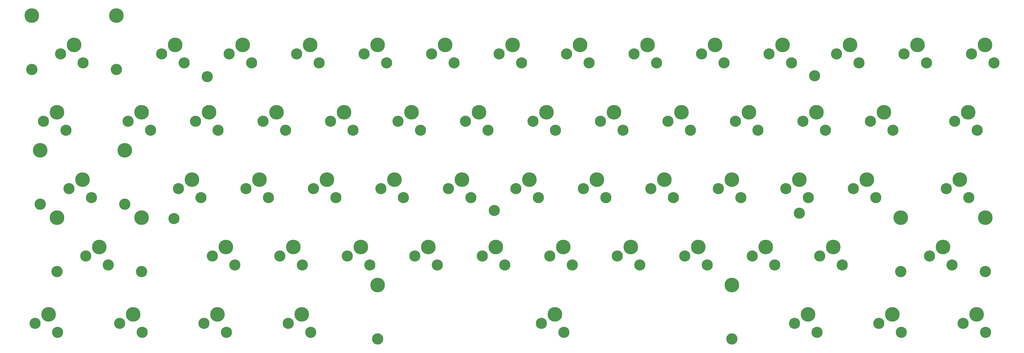
<source format=gbs>
G04*
G04 #@! TF.GenerationSoftware,Altium Limited,Altium Designer,23.0.1 (38)*
G04*
G04 Layer_Color=16711935*
%FSLAX25Y25*%
%MOIN*%
G70*
G04*
G04 #@! TF.SameCoordinates,560F75CD-5D0D-4716-802F-AEFEC42C6793*
G04*
G04*
G04 #@! TF.FilePolarity,Negative*
G04*
G01*
G75*
%ADD30C,0.16291*%
%ADD31C,0.12402*%
%ADD32C,0.12591*%
D30*
X234380Y37503D02*
D03*
X140628D02*
D03*
X768753Y112503D02*
D03*
X1087502Y337503D02*
D03*
X1012503D02*
D03*
X937503D02*
D03*
X862503D02*
D03*
X787503D02*
D03*
X712505D02*
D03*
X637506D02*
D03*
X562502D02*
D03*
X487502D02*
D03*
X412502D02*
D03*
X337502D02*
D03*
X262502D02*
D03*
X187502D02*
D03*
X28002Y370003D02*
D03*
X122002D02*
D03*
X75002Y337503D02*
D03*
X56252Y262503D02*
D03*
X150002D02*
D03*
X225002D02*
D03*
X300002D02*
D03*
X375002D02*
D03*
X450002D02*
D03*
X525002D02*
D03*
X600002D02*
D03*
X675002D02*
D03*
X750003D02*
D03*
X825003D02*
D03*
X900003D02*
D03*
X975003D02*
D03*
X1068752D02*
D03*
X37380Y220003D02*
D03*
X131380D02*
D03*
X84380Y187503D02*
D03*
X56130Y145002D02*
D03*
X150130D02*
D03*
X103130Y112502D02*
D03*
X206252Y187503D02*
D03*
X281252D02*
D03*
X356252D02*
D03*
X431252D02*
D03*
X506252D02*
D03*
X581252D02*
D03*
X656252D02*
D03*
X731252D02*
D03*
X806253D02*
D03*
X881253D02*
D03*
X956253D02*
D03*
X1059380D02*
D03*
X993627Y145002D02*
D03*
X1087627D02*
D03*
X1040627Y112502D02*
D03*
X918753Y112503D02*
D03*
X843753D02*
D03*
X693752D02*
D03*
X618752D02*
D03*
X543752D02*
D03*
X468752D02*
D03*
X393752D02*
D03*
X318752D02*
D03*
X243752D02*
D03*
X46880Y37503D02*
D03*
X328128D02*
D03*
X412530Y70003D02*
D03*
X609380Y37503D02*
D03*
X806230Y70003D02*
D03*
X890627Y37503D02*
D03*
X984380D02*
D03*
X1078127D02*
D03*
D31*
X244380Y17503D02*
D03*
X219380Y27503D02*
D03*
X150628Y17503D02*
D03*
X125628Y27503D02*
D03*
X778753Y92503D02*
D03*
X753753Y102503D02*
D03*
X542000Y153000D02*
D03*
X881000Y150000D02*
D03*
X186000Y144000D02*
D03*
X223000Y302000D02*
D03*
X898000Y303000D02*
D03*
X1097502Y317503D02*
D03*
X1072502Y327503D02*
D03*
X1022503Y317503D02*
D03*
X997503Y327503D02*
D03*
X947503Y317503D02*
D03*
X922503Y327503D02*
D03*
X872503Y317503D02*
D03*
X847503Y327503D02*
D03*
X797503Y317503D02*
D03*
X772503Y327503D02*
D03*
X722505Y317503D02*
D03*
X697505Y327503D02*
D03*
X647506Y317503D02*
D03*
X622506Y327503D02*
D03*
X572502Y317503D02*
D03*
X547502Y327503D02*
D03*
X497502Y317503D02*
D03*
X472502Y327503D02*
D03*
X422502Y317503D02*
D03*
X397502Y327503D02*
D03*
X347502Y317503D02*
D03*
X322502Y327503D02*
D03*
X272502Y317503D02*
D03*
X247502Y327503D02*
D03*
X197502Y317503D02*
D03*
X172502Y327503D02*
D03*
X60002Y327503D02*
D03*
X85002Y317503D02*
D03*
X66252Y242503D02*
D03*
X41252Y252503D02*
D03*
X160002Y242503D02*
D03*
X135002Y252503D02*
D03*
X235002Y242503D02*
D03*
X210002Y252503D02*
D03*
X310002Y242503D02*
D03*
X285002Y252503D02*
D03*
X385002Y242503D02*
D03*
X360002Y252503D02*
D03*
X460002Y242503D02*
D03*
X435002Y252503D02*
D03*
X535002Y242503D02*
D03*
X510002Y252503D02*
D03*
X610002Y242503D02*
D03*
X585002Y252503D02*
D03*
X685002Y242503D02*
D03*
X660002Y252503D02*
D03*
X760003Y242503D02*
D03*
X735003Y252503D02*
D03*
X835003Y242503D02*
D03*
X810003Y252503D02*
D03*
X910003Y242503D02*
D03*
X885003Y252503D02*
D03*
X985003Y242503D02*
D03*
X960003Y252503D02*
D03*
X1078752Y242503D02*
D03*
X1053752Y252503D02*
D03*
X69380Y177503D02*
D03*
X94380Y167503D02*
D03*
X88130Y102502D02*
D03*
X113130Y92502D02*
D03*
X216252Y167503D02*
D03*
X191252Y177503D02*
D03*
X291252Y167503D02*
D03*
X266252Y177503D02*
D03*
X366252Y167503D02*
D03*
X341252Y177503D02*
D03*
X441252Y167503D02*
D03*
X416252Y177503D02*
D03*
X516252Y167503D02*
D03*
X491252Y177503D02*
D03*
X591252Y167503D02*
D03*
X566252Y177503D02*
D03*
X666252Y167503D02*
D03*
X641252Y177503D02*
D03*
X741252Y167503D02*
D03*
X716252Y177503D02*
D03*
X816253Y167503D02*
D03*
X791253Y177503D02*
D03*
X891253Y167503D02*
D03*
X866253Y177503D02*
D03*
X966253Y167503D02*
D03*
X941253Y177503D02*
D03*
X1069380Y167503D02*
D03*
X1044380Y177503D02*
D03*
X1025627Y102502D02*
D03*
X1050627Y92502D02*
D03*
X928753Y92503D02*
D03*
X903753Y102503D02*
D03*
X853753Y92503D02*
D03*
X828753Y102503D02*
D03*
X703752Y92503D02*
D03*
X678752Y102503D02*
D03*
X628752Y92503D02*
D03*
X603752Y102503D02*
D03*
X553752Y92503D02*
D03*
X528752Y102503D02*
D03*
X478752Y92503D02*
D03*
X453752Y102503D02*
D03*
X403752Y92503D02*
D03*
X378752Y102503D02*
D03*
X328752Y92503D02*
D03*
X303752Y102503D02*
D03*
X253752Y92503D02*
D03*
X228752Y102503D02*
D03*
X56880Y17503D02*
D03*
X31880Y27503D02*
D03*
X338128Y17503D02*
D03*
X313128Y27503D02*
D03*
X619380Y17503D02*
D03*
X594380Y27503D02*
D03*
X900627Y17503D02*
D03*
X875627Y27503D02*
D03*
X994380Y17503D02*
D03*
X969380Y27503D02*
D03*
X1088127Y17503D02*
D03*
X1063127Y27503D02*
D03*
D32*
X28002Y310003D02*
D03*
X122002D02*
D03*
X37380Y160003D02*
D03*
X131380D02*
D03*
X56130Y85002D02*
D03*
X150130D02*
D03*
X993627D02*
D03*
X1087627D02*
D03*
X806230Y10003D02*
D03*
X412530D02*
D03*
M02*

</source>
